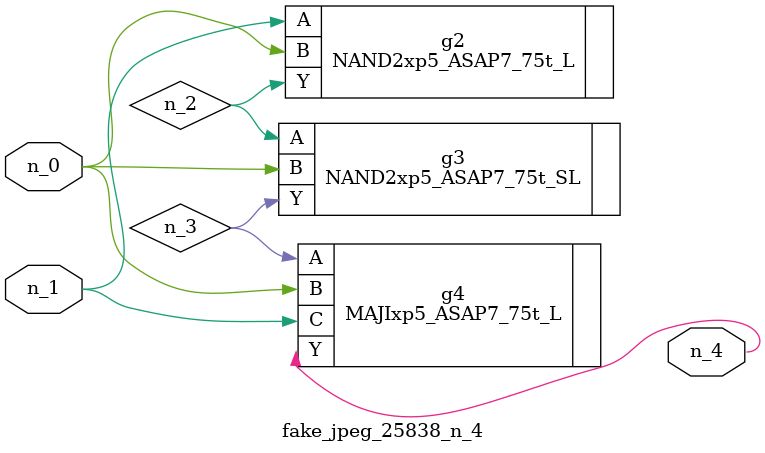
<source format=v>
module fake_jpeg_25838_n_4 (n_0, n_1, n_4);

input n_0;
input n_1;

output n_4;

wire n_2;
wire n_3;

NAND2xp5_ASAP7_75t_L g2 ( 
.A(n_1),
.B(n_0),
.Y(n_2)
);

NAND2xp5_ASAP7_75t_SL g3 ( 
.A(n_2),
.B(n_0),
.Y(n_3)
);

MAJIxp5_ASAP7_75t_L g4 ( 
.A(n_3),
.B(n_0),
.C(n_1),
.Y(n_4)
);


endmodule
</source>
